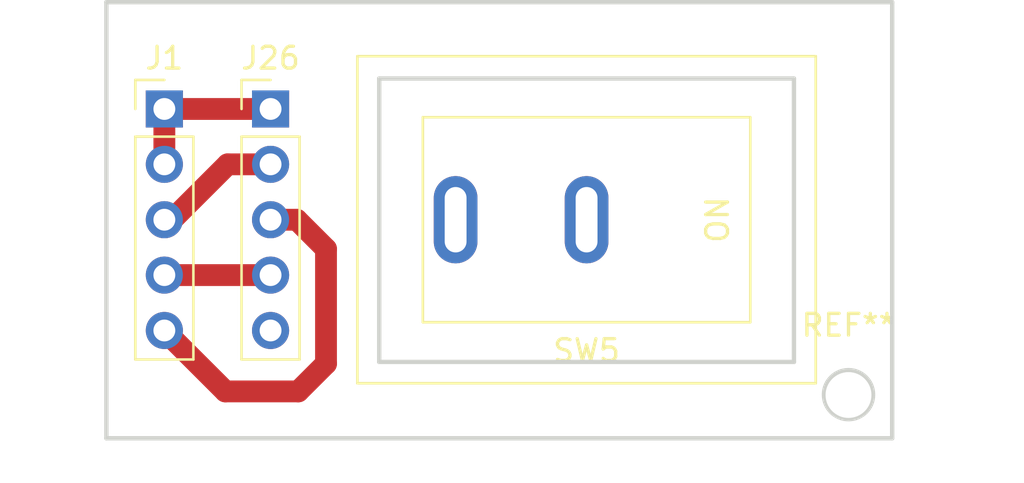
<source format=kicad_pcb>
(kicad_pcb (version 20221018) (generator pcbnew)
  (layers (0 "F.Cu" signal) (31 "B.Cu" signal) (34 "B.Paste" user) (35 "F.Paste" user) (36 "B.SilkS" user "B.Silkscreen") (37 "F.SilkS" user "F.Silkscreen") (38 "B.Mask" user) (39 "F.Mask" user) (44 "Edge.Cuts" user))
  (net 0 "")
  (net 1 "+3V3")
  (net 2 "SCL0")
  (net 3 "GND")
  (net 4 "SDA0")
  (net 5 "D9")
  (footprint "Connector_PinHeader_2.54mm:PinHeader_1x05_P2.54mm_Vertical" (layer "F.Cu") (at 129.5 99.568)
    (fp_text reference "J1" (at 0 -2.33) (layer "F.SilkS"))
    (fp_text value "Conn_01x05_Socket")
    (fp_line (start -1.33 -1.33) (end 0 -1.33) (stroke (width 0.12)) (layer "F.SilkS"))
    (fp_line (start -1.33 0) (end -1.33 -1.33) (stroke (width 0.12)) (layer "F.SilkS"))
    (fp_line (start -1.33 1.27) (end -1.33 11.49) (stroke (width 0.12)) (layer "F.SilkS"))
    (fp_line (start -1.33 1.27) (end 1.33 1.27) (stroke (width 0.12)) (layer "F.SilkS"))
    (fp_line (start -1.33 11.49) (end 1.33 11.49) (stroke (width 0.12)) (layer "F.SilkS"))
    (fp_line (start 1.33 1.27) (end 1.33 11.49) (stroke (width 0.12)) (layer "F.SilkS"))
    (pad "1" thru_hole rect (at 0 0) (size 1.7 1.7) (drill 1) (layers "*.Cu" "*.Mask") (net 1 "+3V3"))
    (pad "2" thru_hole oval (at 0 2.54) (size 1.7 1.7) (drill 1) (layers "*.Cu" "*.Mask") (net 1 "+3V3"))
    (pad "3" thru_hole oval (at 0 5.08) (size 1.7 1.7) (drill 1) (layers "*.Cu" "*.Mask") (net 2 "SCL0"))
    (pad "4" thru_hole oval (at 0 7.62) (size 1.7 1.7) (drill 1) (layers "*.Cu" "*.Mask") (net 4 "SDA0"))
    (pad "5" thru_hole oval (at 0 10.16) (size 1.7 1.7) (drill 1) (layers "*.Cu" "*.Mask") (net 3 "GND"))
  )
  (footprint "MountingHole:MountingHole_2.1mm" (layer "F.Cu") (at 160.843663 112.687326)
    (fp_text reference "REF**" (at 0 -3.2) (layer "F.SilkS"))
    (fp_text value "MountingHole_2.1mm")
    (pad "" np_thru_hole circle (at 0 0) (size 2.1 2.1) (drill 2.1) (layers "*.Cu" "*.Mask"))
  )
  (footprint "Connector_PinHeader_2.54mm:PinHeader_1x05_P2.54mm_Vertical" (layer "F.Cu") (at 134.366 99.568)
    (fp_text reference "J26" (at 0 -2.33) (layer "F.SilkS"))
    (fp_text value "Conn_01x05_Socket")
    (fp_line (start -1.33 -1.33) (end 0 -1.33) (stroke (width 0.12)) (layer "F.SilkS"))
    (fp_line (start -1.33 0) (end -1.33 -1.33) (stroke (width 0.12)) (layer "F.SilkS"))
    (fp_line (start -1.33 1.27) (end -1.33 11.49) (stroke (width 0.12)) (layer "F.SilkS"))
    (fp_line (start -1.33 1.27) (end 1.33 1.27) (stroke (width 0.12)) (layer "F.SilkS"))
    (fp_line (start -1.33 11.49) (end 1.33 11.49) (stroke (width 0.12)) (layer "F.SilkS"))
    (fp_line (start 1.33 1.27) (end 1.33 11.49) (stroke (width 0.12)) (layer "F.SilkS"))
    (pad "1" thru_hole rect (at 0 0) (size 1.7 1.7) (drill 1) (layers "*.Cu" "*.Mask") (net 1 "+3V3"))
    (pad "2" thru_hole oval (at 0 2.54) (size 1.7 1.7) (drill 1) (layers "*.Cu" "*.Mask") (net 2 "SCL0"))
    (pad "3" thru_hole oval (at 0 5.08) (size 1.7 1.7) (drill 1) (layers "*.Cu" "*.Mask") (net 3 "GND"))
    (pad "4" thru_hole oval (at 0 7.62) (size 1.7 1.7) (drill 1) (layers "*.Cu" "*.Mask") (net 4 "SDA0"))
    (pad "5" thru_hole oval (at 0 10.16) (size 1.7 1.7) (drill 1) (layers "*.Cu" "*.Mask") (net 5 "D9"))
  )
  (footprint "_Others:DS-850k" (layer "F.Cu") (at 148.844 104.648)
    (fp_text reference "SW5" (at 0 6) (layer "F.SilkS"))
    (fp_text value "SW_DIP_x01")
    (fp_text user "ON" (at 6 0 90) (layer "F.SilkS"))
    (fp_line (start -10.5 -7.5) (end -10.5 7.5) (stroke (width 0.12)) (layer "F.SilkS"))
    (fp_line (start -10.5 7.5) (end 10.5 7.5) (stroke (width 0.12)) (layer "F.SilkS"))
    (fp_line (start -7.5 -4.7) (end -7.5 4.7) (stroke (width 0.12)) (layer "F.SilkS"))
    (fp_line (start -7.5 4.7) (end 7.5 4.7) (stroke (width 0.12)) (layer "F.SilkS"))
    (fp_line (start 7.5 -4.7) (end -7.5 -4.7) (stroke (width 0.12)) (layer "F.SilkS"))
    (fp_line (start 7.5 0) (end 7.5 -4.7) (stroke (width 0.12)) (layer "F.SilkS"))
    (fp_line (start 7.5 4.7) (end 7.5 0) (stroke (width 0.12)) (layer "F.SilkS"))
    (fp_line (start 10.5 -7.5) (end -10.5 -7.5) (stroke (width 0.12)) (layer "F.SilkS"))
    (fp_line (start 10.5 0) (end 10.5 -7.5) (stroke (width 0.12)) (layer "F.SilkS"))
    (fp_line (start 10.5 7.5) (end 10.5 0) (stroke (width 0.12)) (layer "F.SilkS"))
    (pad "1" thru_hole oval (at 0 0 90) (size 4 2) (drill oval 3 1) (layers "*.Cu" "*.Mask") (net 1 "+3V3"))
    (pad "2" thru_hole oval (at -6 0 90) (size 4 2) (drill oval 3 1) (layers "*.Cu" "*.Mask") (net 5 "D9"))
  )
  (gr_line (start 139.344 98.171) (end 158.344 98.171) (stroke (width 0.2)) (layer "Edge.Cuts"))
  (gr_line (start 162.844 94.671) (end 126.844 94.671) (stroke (width 0.2)) (layer "Edge.Cuts"))
  (gr_circle (center 160.844 112.671) (end 159.719 112.671) (stroke (width 0.2)) (fill none) (layer "Edge.Cuts"))
  (gr_line (start 162.844 114.671) (end 162.844 94.671) (stroke (width 0.2)) (layer "Edge.Cuts"))
  (gr_line (start 158.344 111.171) (end 139.344 111.171) (stroke (width 0.2)) (layer "Edge.Cuts"))
  (gr_line (start 126.844 94.671) (end 126.844 114.671) (stroke (width 0.2)) (layer "Edge.Cuts"))
  (gr_line (start 139.344 111.171) (end 139.344 98.171) (stroke (width 0.2)) (layer "Edge.Cuts"))
  (gr_line (start 126.844 114.671) (end 162.844 114.671) (stroke (width 0.2)) (layer "Edge.Cuts"))
  (gr_line (start 158.344 98.171) (end 158.344 111.171) (stroke (width 0.2)) (layer "Edge.Cuts"))
  (segment (start 129.5 102.108) (end 129.5 99.568) (width 1) (layer "F.Cu") (net 1))
  (segment (start 129.5 99.568) (end 134.366 99.568) (width 1) (layer "F.Cu") (net 1))
  (segment (start 132.399138 102.108) (end 129.859138 104.648) (width 1) (layer "F.Cu") (net 2))
  (segment (start 129.859138 104.648) (end 129.5 104.648) (width 1) (layer "F.Cu") (net 2))
  (segment (start 134.366 102.108) (end 132.399138 102.108) (width 1) (layer "F.Cu") (net 2))
  (segment (start 135.636 112.522) (end 132.294 112.522) (width 1) (layer "F.Cu") (net 3))
  (segment (start 136.906 105.985919) (end 136.906 111.252) (width 1) (layer "F.Cu") (net 3))
  (segment (start 134.366 104.648) (end 135.568081 104.648) (width 1) (layer "F.Cu") (net 3))
  (segment (start 135.568081 104.648) (end 136.906 105.985919) (width 1) (layer "F.Cu") (net 3))
  (segment (start 136.906 111.252) (end 135.636 112.522) (width 1) (layer "F.Cu") (net 3))
  (segment (start 132.294 112.522) (end 129.5 109.728) (width 1) (layer "F.Cu") (net 3))
  (segment (start 129.5 107.188) (end 134.366 107.188) (width 1) (layer "F.Cu") (net 4))
)
</source>
